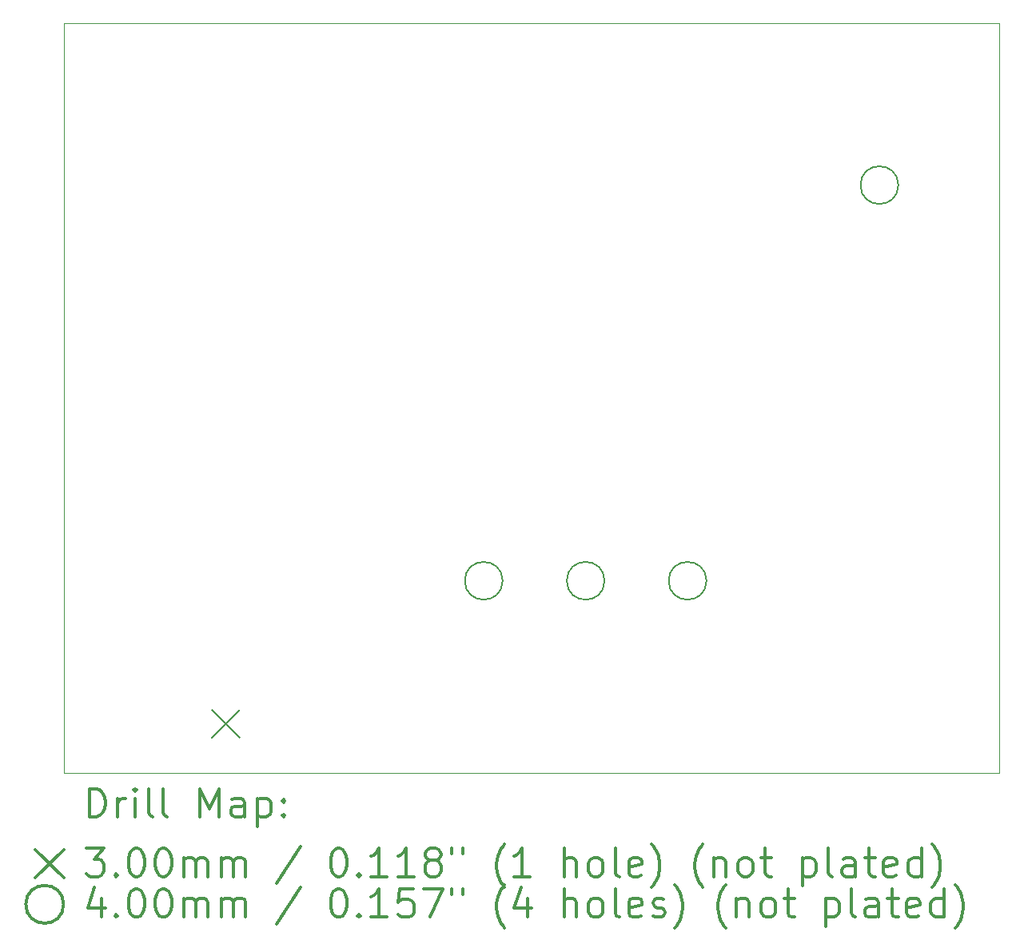
<source format=gbr>
%FSLAX45Y45*%
G04 Gerber Fmt 4.5, Leading zero omitted, Abs format (unit mm)*
G04 Created by KiCad (PCBNEW 4.0.2-stable) date 01/06/2016 13:43:11*
%MOMM*%
G01*
G04 APERTURE LIST*
%ADD10C,0.127000*%
%ADD11C,0.100000*%
%ADD12C,0.200000*%
%ADD13C,0.300000*%
G04 APERTURE END LIST*
D10*
D11*
X11112500Y-14414500D02*
X21018500Y-14414500D01*
X21018500Y-6477000D02*
X11112500Y-6477000D01*
X21018500Y-6477000D02*
X21018500Y-14414500D01*
X11112500Y-14414500D02*
X11112500Y-6477000D01*
D12*
X12677000Y-13747500D02*
X12977000Y-14047500D01*
X12977000Y-13747500D02*
X12677000Y-14047500D01*
X15757500Y-12382500D02*
G75*
G03X15757500Y-12382500I-200000J0D01*
G01*
X16837000Y-12382500D02*
G75*
G03X16837000Y-12382500I-200000J0D01*
G01*
X17916500Y-12382500D02*
G75*
G03X17916500Y-12382500I-200000J0D01*
G01*
X19948500Y-8191500D02*
G75*
G03X19948500Y-8191500I-200000J0D01*
G01*
D13*
X11378928Y-14885214D02*
X11378928Y-14585214D01*
X11450357Y-14585214D01*
X11493214Y-14599500D01*
X11521786Y-14628071D01*
X11536071Y-14656643D01*
X11550357Y-14713786D01*
X11550357Y-14756643D01*
X11536071Y-14813786D01*
X11521786Y-14842357D01*
X11493214Y-14870929D01*
X11450357Y-14885214D01*
X11378928Y-14885214D01*
X11678928Y-14885214D02*
X11678928Y-14685214D01*
X11678928Y-14742357D02*
X11693214Y-14713786D01*
X11707500Y-14699500D01*
X11736071Y-14685214D01*
X11764643Y-14685214D01*
X11864643Y-14885214D02*
X11864643Y-14685214D01*
X11864643Y-14585214D02*
X11850357Y-14599500D01*
X11864643Y-14613786D01*
X11878928Y-14599500D01*
X11864643Y-14585214D01*
X11864643Y-14613786D01*
X12050357Y-14885214D02*
X12021786Y-14870929D01*
X12007500Y-14842357D01*
X12007500Y-14585214D01*
X12207500Y-14885214D02*
X12178928Y-14870929D01*
X12164643Y-14842357D01*
X12164643Y-14585214D01*
X12550357Y-14885214D02*
X12550357Y-14585214D01*
X12650357Y-14799500D01*
X12750357Y-14585214D01*
X12750357Y-14885214D01*
X13021786Y-14885214D02*
X13021786Y-14728071D01*
X13007500Y-14699500D01*
X12978928Y-14685214D01*
X12921786Y-14685214D01*
X12893214Y-14699500D01*
X13021786Y-14870929D02*
X12993214Y-14885214D01*
X12921786Y-14885214D01*
X12893214Y-14870929D01*
X12878928Y-14842357D01*
X12878928Y-14813786D01*
X12893214Y-14785214D01*
X12921786Y-14770929D01*
X12993214Y-14770929D01*
X13021786Y-14756643D01*
X13164643Y-14685214D02*
X13164643Y-14985214D01*
X13164643Y-14699500D02*
X13193214Y-14685214D01*
X13250357Y-14685214D01*
X13278928Y-14699500D01*
X13293214Y-14713786D01*
X13307500Y-14742357D01*
X13307500Y-14828071D01*
X13293214Y-14856643D01*
X13278928Y-14870929D01*
X13250357Y-14885214D01*
X13193214Y-14885214D01*
X13164643Y-14870929D01*
X13436071Y-14856643D02*
X13450357Y-14870929D01*
X13436071Y-14885214D01*
X13421786Y-14870929D01*
X13436071Y-14856643D01*
X13436071Y-14885214D01*
X13436071Y-14699500D02*
X13450357Y-14713786D01*
X13436071Y-14728071D01*
X13421786Y-14713786D01*
X13436071Y-14699500D01*
X13436071Y-14728071D01*
X10807500Y-15229500D02*
X11107500Y-15529500D01*
X11107500Y-15229500D02*
X10807500Y-15529500D01*
X11350357Y-15215214D02*
X11536071Y-15215214D01*
X11436071Y-15329500D01*
X11478928Y-15329500D01*
X11507500Y-15343786D01*
X11521786Y-15358071D01*
X11536071Y-15386643D01*
X11536071Y-15458071D01*
X11521786Y-15486643D01*
X11507500Y-15500929D01*
X11478928Y-15515214D01*
X11393214Y-15515214D01*
X11364643Y-15500929D01*
X11350357Y-15486643D01*
X11664643Y-15486643D02*
X11678928Y-15500929D01*
X11664643Y-15515214D01*
X11650357Y-15500929D01*
X11664643Y-15486643D01*
X11664643Y-15515214D01*
X11864643Y-15215214D02*
X11893214Y-15215214D01*
X11921786Y-15229500D01*
X11936071Y-15243786D01*
X11950357Y-15272357D01*
X11964643Y-15329500D01*
X11964643Y-15400929D01*
X11950357Y-15458071D01*
X11936071Y-15486643D01*
X11921786Y-15500929D01*
X11893214Y-15515214D01*
X11864643Y-15515214D01*
X11836071Y-15500929D01*
X11821786Y-15486643D01*
X11807500Y-15458071D01*
X11793214Y-15400929D01*
X11793214Y-15329500D01*
X11807500Y-15272357D01*
X11821786Y-15243786D01*
X11836071Y-15229500D01*
X11864643Y-15215214D01*
X12150357Y-15215214D02*
X12178928Y-15215214D01*
X12207500Y-15229500D01*
X12221786Y-15243786D01*
X12236071Y-15272357D01*
X12250357Y-15329500D01*
X12250357Y-15400929D01*
X12236071Y-15458071D01*
X12221786Y-15486643D01*
X12207500Y-15500929D01*
X12178928Y-15515214D01*
X12150357Y-15515214D01*
X12121786Y-15500929D01*
X12107500Y-15486643D01*
X12093214Y-15458071D01*
X12078928Y-15400929D01*
X12078928Y-15329500D01*
X12093214Y-15272357D01*
X12107500Y-15243786D01*
X12121786Y-15229500D01*
X12150357Y-15215214D01*
X12378928Y-15515214D02*
X12378928Y-15315214D01*
X12378928Y-15343786D02*
X12393214Y-15329500D01*
X12421786Y-15315214D01*
X12464643Y-15315214D01*
X12493214Y-15329500D01*
X12507500Y-15358071D01*
X12507500Y-15515214D01*
X12507500Y-15358071D02*
X12521786Y-15329500D01*
X12550357Y-15315214D01*
X12593214Y-15315214D01*
X12621786Y-15329500D01*
X12636071Y-15358071D01*
X12636071Y-15515214D01*
X12778928Y-15515214D02*
X12778928Y-15315214D01*
X12778928Y-15343786D02*
X12793214Y-15329500D01*
X12821786Y-15315214D01*
X12864643Y-15315214D01*
X12893214Y-15329500D01*
X12907500Y-15358071D01*
X12907500Y-15515214D01*
X12907500Y-15358071D02*
X12921786Y-15329500D01*
X12950357Y-15315214D01*
X12993214Y-15315214D01*
X13021786Y-15329500D01*
X13036071Y-15358071D01*
X13036071Y-15515214D01*
X13621786Y-15200929D02*
X13364643Y-15586643D01*
X14007500Y-15215214D02*
X14036071Y-15215214D01*
X14064643Y-15229500D01*
X14078928Y-15243786D01*
X14093214Y-15272357D01*
X14107500Y-15329500D01*
X14107500Y-15400929D01*
X14093214Y-15458071D01*
X14078928Y-15486643D01*
X14064643Y-15500929D01*
X14036071Y-15515214D01*
X14007500Y-15515214D01*
X13978928Y-15500929D01*
X13964643Y-15486643D01*
X13950357Y-15458071D01*
X13936071Y-15400929D01*
X13936071Y-15329500D01*
X13950357Y-15272357D01*
X13964643Y-15243786D01*
X13978928Y-15229500D01*
X14007500Y-15215214D01*
X14236071Y-15486643D02*
X14250357Y-15500929D01*
X14236071Y-15515214D01*
X14221786Y-15500929D01*
X14236071Y-15486643D01*
X14236071Y-15515214D01*
X14536071Y-15515214D02*
X14364643Y-15515214D01*
X14450357Y-15515214D02*
X14450357Y-15215214D01*
X14421785Y-15258071D01*
X14393214Y-15286643D01*
X14364643Y-15300929D01*
X14821785Y-15515214D02*
X14650357Y-15515214D01*
X14736071Y-15515214D02*
X14736071Y-15215214D01*
X14707500Y-15258071D01*
X14678928Y-15286643D01*
X14650357Y-15300929D01*
X14993214Y-15343786D02*
X14964643Y-15329500D01*
X14950357Y-15315214D01*
X14936071Y-15286643D01*
X14936071Y-15272357D01*
X14950357Y-15243786D01*
X14964643Y-15229500D01*
X14993214Y-15215214D01*
X15050357Y-15215214D01*
X15078928Y-15229500D01*
X15093214Y-15243786D01*
X15107500Y-15272357D01*
X15107500Y-15286643D01*
X15093214Y-15315214D01*
X15078928Y-15329500D01*
X15050357Y-15343786D01*
X14993214Y-15343786D01*
X14964643Y-15358071D01*
X14950357Y-15372357D01*
X14936071Y-15400929D01*
X14936071Y-15458071D01*
X14950357Y-15486643D01*
X14964643Y-15500929D01*
X14993214Y-15515214D01*
X15050357Y-15515214D01*
X15078928Y-15500929D01*
X15093214Y-15486643D01*
X15107500Y-15458071D01*
X15107500Y-15400929D01*
X15093214Y-15372357D01*
X15078928Y-15358071D01*
X15050357Y-15343786D01*
X15221786Y-15215214D02*
X15221786Y-15272357D01*
X15336071Y-15215214D02*
X15336071Y-15272357D01*
X15778928Y-15629500D02*
X15764643Y-15615214D01*
X15736071Y-15572357D01*
X15721785Y-15543786D01*
X15707500Y-15500929D01*
X15693214Y-15429500D01*
X15693214Y-15372357D01*
X15707500Y-15300929D01*
X15721785Y-15258071D01*
X15736071Y-15229500D01*
X15764643Y-15186643D01*
X15778928Y-15172357D01*
X16050357Y-15515214D02*
X15878928Y-15515214D01*
X15964643Y-15515214D02*
X15964643Y-15215214D01*
X15936071Y-15258071D01*
X15907500Y-15286643D01*
X15878928Y-15300929D01*
X16407500Y-15515214D02*
X16407500Y-15215214D01*
X16536071Y-15515214D02*
X16536071Y-15358071D01*
X16521785Y-15329500D01*
X16493214Y-15315214D01*
X16450357Y-15315214D01*
X16421785Y-15329500D01*
X16407500Y-15343786D01*
X16721785Y-15515214D02*
X16693214Y-15500929D01*
X16678928Y-15486643D01*
X16664643Y-15458071D01*
X16664643Y-15372357D01*
X16678928Y-15343786D01*
X16693214Y-15329500D01*
X16721785Y-15315214D01*
X16764643Y-15315214D01*
X16793214Y-15329500D01*
X16807500Y-15343786D01*
X16821786Y-15372357D01*
X16821786Y-15458071D01*
X16807500Y-15486643D01*
X16793214Y-15500929D01*
X16764643Y-15515214D01*
X16721785Y-15515214D01*
X16993214Y-15515214D02*
X16964643Y-15500929D01*
X16950357Y-15472357D01*
X16950357Y-15215214D01*
X17221786Y-15500929D02*
X17193214Y-15515214D01*
X17136071Y-15515214D01*
X17107500Y-15500929D01*
X17093214Y-15472357D01*
X17093214Y-15358071D01*
X17107500Y-15329500D01*
X17136071Y-15315214D01*
X17193214Y-15315214D01*
X17221786Y-15329500D01*
X17236071Y-15358071D01*
X17236071Y-15386643D01*
X17093214Y-15415214D01*
X17336071Y-15629500D02*
X17350357Y-15615214D01*
X17378929Y-15572357D01*
X17393214Y-15543786D01*
X17407500Y-15500929D01*
X17421786Y-15429500D01*
X17421786Y-15372357D01*
X17407500Y-15300929D01*
X17393214Y-15258071D01*
X17378929Y-15229500D01*
X17350357Y-15186643D01*
X17336071Y-15172357D01*
X17878929Y-15629500D02*
X17864643Y-15615214D01*
X17836071Y-15572357D01*
X17821786Y-15543786D01*
X17807500Y-15500929D01*
X17793214Y-15429500D01*
X17793214Y-15372357D01*
X17807500Y-15300929D01*
X17821786Y-15258071D01*
X17836071Y-15229500D01*
X17864643Y-15186643D01*
X17878929Y-15172357D01*
X17993214Y-15315214D02*
X17993214Y-15515214D01*
X17993214Y-15343786D02*
X18007500Y-15329500D01*
X18036071Y-15315214D01*
X18078929Y-15315214D01*
X18107500Y-15329500D01*
X18121786Y-15358071D01*
X18121786Y-15515214D01*
X18307500Y-15515214D02*
X18278929Y-15500929D01*
X18264643Y-15486643D01*
X18250357Y-15458071D01*
X18250357Y-15372357D01*
X18264643Y-15343786D01*
X18278929Y-15329500D01*
X18307500Y-15315214D01*
X18350357Y-15315214D01*
X18378929Y-15329500D01*
X18393214Y-15343786D01*
X18407500Y-15372357D01*
X18407500Y-15458071D01*
X18393214Y-15486643D01*
X18378929Y-15500929D01*
X18350357Y-15515214D01*
X18307500Y-15515214D01*
X18493214Y-15315214D02*
X18607500Y-15315214D01*
X18536071Y-15215214D02*
X18536071Y-15472357D01*
X18550357Y-15500929D01*
X18578929Y-15515214D01*
X18607500Y-15515214D01*
X18936071Y-15315214D02*
X18936071Y-15615214D01*
X18936071Y-15329500D02*
X18964643Y-15315214D01*
X19021786Y-15315214D01*
X19050357Y-15329500D01*
X19064643Y-15343786D01*
X19078929Y-15372357D01*
X19078929Y-15458071D01*
X19064643Y-15486643D01*
X19050357Y-15500929D01*
X19021786Y-15515214D01*
X18964643Y-15515214D01*
X18936071Y-15500929D01*
X19250357Y-15515214D02*
X19221786Y-15500929D01*
X19207500Y-15472357D01*
X19207500Y-15215214D01*
X19493214Y-15515214D02*
X19493214Y-15358071D01*
X19478929Y-15329500D01*
X19450357Y-15315214D01*
X19393214Y-15315214D01*
X19364643Y-15329500D01*
X19493214Y-15500929D02*
X19464643Y-15515214D01*
X19393214Y-15515214D01*
X19364643Y-15500929D01*
X19350357Y-15472357D01*
X19350357Y-15443786D01*
X19364643Y-15415214D01*
X19393214Y-15400929D01*
X19464643Y-15400929D01*
X19493214Y-15386643D01*
X19593214Y-15315214D02*
X19707500Y-15315214D01*
X19636072Y-15215214D02*
X19636072Y-15472357D01*
X19650357Y-15500929D01*
X19678929Y-15515214D01*
X19707500Y-15515214D01*
X19921786Y-15500929D02*
X19893214Y-15515214D01*
X19836072Y-15515214D01*
X19807500Y-15500929D01*
X19793214Y-15472357D01*
X19793214Y-15358071D01*
X19807500Y-15329500D01*
X19836072Y-15315214D01*
X19893214Y-15315214D01*
X19921786Y-15329500D01*
X19936072Y-15358071D01*
X19936072Y-15386643D01*
X19793214Y-15415214D01*
X20193214Y-15515214D02*
X20193214Y-15215214D01*
X20193214Y-15500929D02*
X20164643Y-15515214D01*
X20107500Y-15515214D01*
X20078929Y-15500929D01*
X20064643Y-15486643D01*
X20050357Y-15458071D01*
X20050357Y-15372357D01*
X20064643Y-15343786D01*
X20078929Y-15329500D01*
X20107500Y-15315214D01*
X20164643Y-15315214D01*
X20193214Y-15329500D01*
X20307500Y-15629500D02*
X20321786Y-15615214D01*
X20350357Y-15572357D01*
X20364643Y-15543786D01*
X20378929Y-15500929D01*
X20393214Y-15429500D01*
X20393214Y-15372357D01*
X20378929Y-15300929D01*
X20364643Y-15258071D01*
X20350357Y-15229500D01*
X20321786Y-15186643D01*
X20307500Y-15172357D01*
X11107500Y-15809500D02*
G75*
G03X11107500Y-15809500I-200000J0D01*
G01*
X11507500Y-15745214D02*
X11507500Y-15945214D01*
X11436071Y-15630929D02*
X11364643Y-15845214D01*
X11550357Y-15845214D01*
X11664643Y-15916643D02*
X11678928Y-15930929D01*
X11664643Y-15945214D01*
X11650357Y-15930929D01*
X11664643Y-15916643D01*
X11664643Y-15945214D01*
X11864643Y-15645214D02*
X11893214Y-15645214D01*
X11921786Y-15659500D01*
X11936071Y-15673786D01*
X11950357Y-15702357D01*
X11964643Y-15759500D01*
X11964643Y-15830929D01*
X11950357Y-15888071D01*
X11936071Y-15916643D01*
X11921786Y-15930929D01*
X11893214Y-15945214D01*
X11864643Y-15945214D01*
X11836071Y-15930929D01*
X11821786Y-15916643D01*
X11807500Y-15888071D01*
X11793214Y-15830929D01*
X11793214Y-15759500D01*
X11807500Y-15702357D01*
X11821786Y-15673786D01*
X11836071Y-15659500D01*
X11864643Y-15645214D01*
X12150357Y-15645214D02*
X12178928Y-15645214D01*
X12207500Y-15659500D01*
X12221786Y-15673786D01*
X12236071Y-15702357D01*
X12250357Y-15759500D01*
X12250357Y-15830929D01*
X12236071Y-15888071D01*
X12221786Y-15916643D01*
X12207500Y-15930929D01*
X12178928Y-15945214D01*
X12150357Y-15945214D01*
X12121786Y-15930929D01*
X12107500Y-15916643D01*
X12093214Y-15888071D01*
X12078928Y-15830929D01*
X12078928Y-15759500D01*
X12093214Y-15702357D01*
X12107500Y-15673786D01*
X12121786Y-15659500D01*
X12150357Y-15645214D01*
X12378928Y-15945214D02*
X12378928Y-15745214D01*
X12378928Y-15773786D02*
X12393214Y-15759500D01*
X12421786Y-15745214D01*
X12464643Y-15745214D01*
X12493214Y-15759500D01*
X12507500Y-15788071D01*
X12507500Y-15945214D01*
X12507500Y-15788071D02*
X12521786Y-15759500D01*
X12550357Y-15745214D01*
X12593214Y-15745214D01*
X12621786Y-15759500D01*
X12636071Y-15788071D01*
X12636071Y-15945214D01*
X12778928Y-15945214D02*
X12778928Y-15745214D01*
X12778928Y-15773786D02*
X12793214Y-15759500D01*
X12821786Y-15745214D01*
X12864643Y-15745214D01*
X12893214Y-15759500D01*
X12907500Y-15788071D01*
X12907500Y-15945214D01*
X12907500Y-15788071D02*
X12921786Y-15759500D01*
X12950357Y-15745214D01*
X12993214Y-15745214D01*
X13021786Y-15759500D01*
X13036071Y-15788071D01*
X13036071Y-15945214D01*
X13621786Y-15630929D02*
X13364643Y-16016643D01*
X14007500Y-15645214D02*
X14036071Y-15645214D01*
X14064643Y-15659500D01*
X14078928Y-15673786D01*
X14093214Y-15702357D01*
X14107500Y-15759500D01*
X14107500Y-15830929D01*
X14093214Y-15888071D01*
X14078928Y-15916643D01*
X14064643Y-15930929D01*
X14036071Y-15945214D01*
X14007500Y-15945214D01*
X13978928Y-15930929D01*
X13964643Y-15916643D01*
X13950357Y-15888071D01*
X13936071Y-15830929D01*
X13936071Y-15759500D01*
X13950357Y-15702357D01*
X13964643Y-15673786D01*
X13978928Y-15659500D01*
X14007500Y-15645214D01*
X14236071Y-15916643D02*
X14250357Y-15930929D01*
X14236071Y-15945214D01*
X14221786Y-15930929D01*
X14236071Y-15916643D01*
X14236071Y-15945214D01*
X14536071Y-15945214D02*
X14364643Y-15945214D01*
X14450357Y-15945214D02*
X14450357Y-15645214D01*
X14421785Y-15688071D01*
X14393214Y-15716643D01*
X14364643Y-15730929D01*
X14807500Y-15645214D02*
X14664643Y-15645214D01*
X14650357Y-15788071D01*
X14664643Y-15773786D01*
X14693214Y-15759500D01*
X14764643Y-15759500D01*
X14793214Y-15773786D01*
X14807500Y-15788071D01*
X14821785Y-15816643D01*
X14821785Y-15888071D01*
X14807500Y-15916643D01*
X14793214Y-15930929D01*
X14764643Y-15945214D01*
X14693214Y-15945214D01*
X14664643Y-15930929D01*
X14650357Y-15916643D01*
X14921785Y-15645214D02*
X15121785Y-15645214D01*
X14993214Y-15945214D01*
X15221786Y-15645214D02*
X15221786Y-15702357D01*
X15336071Y-15645214D02*
X15336071Y-15702357D01*
X15778928Y-16059500D02*
X15764643Y-16045214D01*
X15736071Y-16002357D01*
X15721785Y-15973786D01*
X15707500Y-15930929D01*
X15693214Y-15859500D01*
X15693214Y-15802357D01*
X15707500Y-15730929D01*
X15721785Y-15688071D01*
X15736071Y-15659500D01*
X15764643Y-15616643D01*
X15778928Y-15602357D01*
X16021785Y-15745214D02*
X16021785Y-15945214D01*
X15950357Y-15630929D02*
X15878928Y-15845214D01*
X16064643Y-15845214D01*
X16407500Y-15945214D02*
X16407500Y-15645214D01*
X16536071Y-15945214D02*
X16536071Y-15788071D01*
X16521785Y-15759500D01*
X16493214Y-15745214D01*
X16450357Y-15745214D01*
X16421785Y-15759500D01*
X16407500Y-15773786D01*
X16721785Y-15945214D02*
X16693214Y-15930929D01*
X16678928Y-15916643D01*
X16664643Y-15888071D01*
X16664643Y-15802357D01*
X16678928Y-15773786D01*
X16693214Y-15759500D01*
X16721785Y-15745214D01*
X16764643Y-15745214D01*
X16793214Y-15759500D01*
X16807500Y-15773786D01*
X16821786Y-15802357D01*
X16821786Y-15888071D01*
X16807500Y-15916643D01*
X16793214Y-15930929D01*
X16764643Y-15945214D01*
X16721785Y-15945214D01*
X16993214Y-15945214D02*
X16964643Y-15930929D01*
X16950357Y-15902357D01*
X16950357Y-15645214D01*
X17221786Y-15930929D02*
X17193214Y-15945214D01*
X17136071Y-15945214D01*
X17107500Y-15930929D01*
X17093214Y-15902357D01*
X17093214Y-15788071D01*
X17107500Y-15759500D01*
X17136071Y-15745214D01*
X17193214Y-15745214D01*
X17221786Y-15759500D01*
X17236071Y-15788071D01*
X17236071Y-15816643D01*
X17093214Y-15845214D01*
X17350357Y-15930929D02*
X17378929Y-15945214D01*
X17436071Y-15945214D01*
X17464643Y-15930929D01*
X17478929Y-15902357D01*
X17478929Y-15888071D01*
X17464643Y-15859500D01*
X17436071Y-15845214D01*
X17393214Y-15845214D01*
X17364643Y-15830929D01*
X17350357Y-15802357D01*
X17350357Y-15788071D01*
X17364643Y-15759500D01*
X17393214Y-15745214D01*
X17436071Y-15745214D01*
X17464643Y-15759500D01*
X17578928Y-16059500D02*
X17593214Y-16045214D01*
X17621786Y-16002357D01*
X17636071Y-15973786D01*
X17650357Y-15930929D01*
X17664643Y-15859500D01*
X17664643Y-15802357D01*
X17650357Y-15730929D01*
X17636071Y-15688071D01*
X17621786Y-15659500D01*
X17593214Y-15616643D01*
X17578928Y-15602357D01*
X18121786Y-16059500D02*
X18107500Y-16045214D01*
X18078928Y-16002357D01*
X18064643Y-15973786D01*
X18050357Y-15930929D01*
X18036071Y-15859500D01*
X18036071Y-15802357D01*
X18050357Y-15730929D01*
X18064643Y-15688071D01*
X18078928Y-15659500D01*
X18107500Y-15616643D01*
X18121786Y-15602357D01*
X18236071Y-15745214D02*
X18236071Y-15945214D01*
X18236071Y-15773786D02*
X18250357Y-15759500D01*
X18278928Y-15745214D01*
X18321786Y-15745214D01*
X18350357Y-15759500D01*
X18364643Y-15788071D01*
X18364643Y-15945214D01*
X18550357Y-15945214D02*
X18521786Y-15930929D01*
X18507500Y-15916643D01*
X18493214Y-15888071D01*
X18493214Y-15802357D01*
X18507500Y-15773786D01*
X18521786Y-15759500D01*
X18550357Y-15745214D01*
X18593214Y-15745214D01*
X18621786Y-15759500D01*
X18636071Y-15773786D01*
X18650357Y-15802357D01*
X18650357Y-15888071D01*
X18636071Y-15916643D01*
X18621786Y-15930929D01*
X18593214Y-15945214D01*
X18550357Y-15945214D01*
X18736071Y-15745214D02*
X18850357Y-15745214D01*
X18778929Y-15645214D02*
X18778929Y-15902357D01*
X18793214Y-15930929D01*
X18821786Y-15945214D01*
X18850357Y-15945214D01*
X19178929Y-15745214D02*
X19178929Y-16045214D01*
X19178929Y-15759500D02*
X19207500Y-15745214D01*
X19264643Y-15745214D01*
X19293214Y-15759500D01*
X19307500Y-15773786D01*
X19321786Y-15802357D01*
X19321786Y-15888071D01*
X19307500Y-15916643D01*
X19293214Y-15930929D01*
X19264643Y-15945214D01*
X19207500Y-15945214D01*
X19178929Y-15930929D01*
X19493214Y-15945214D02*
X19464643Y-15930929D01*
X19450357Y-15902357D01*
X19450357Y-15645214D01*
X19736071Y-15945214D02*
X19736071Y-15788071D01*
X19721786Y-15759500D01*
X19693214Y-15745214D01*
X19636071Y-15745214D01*
X19607500Y-15759500D01*
X19736071Y-15930929D02*
X19707500Y-15945214D01*
X19636071Y-15945214D01*
X19607500Y-15930929D01*
X19593214Y-15902357D01*
X19593214Y-15873786D01*
X19607500Y-15845214D01*
X19636071Y-15830929D01*
X19707500Y-15830929D01*
X19736071Y-15816643D01*
X19836071Y-15745214D02*
X19950357Y-15745214D01*
X19878929Y-15645214D02*
X19878929Y-15902357D01*
X19893214Y-15930929D01*
X19921786Y-15945214D01*
X19950357Y-15945214D01*
X20164643Y-15930929D02*
X20136072Y-15945214D01*
X20078929Y-15945214D01*
X20050357Y-15930929D01*
X20036072Y-15902357D01*
X20036072Y-15788071D01*
X20050357Y-15759500D01*
X20078929Y-15745214D01*
X20136072Y-15745214D01*
X20164643Y-15759500D01*
X20178929Y-15788071D01*
X20178929Y-15816643D01*
X20036072Y-15845214D01*
X20436072Y-15945214D02*
X20436072Y-15645214D01*
X20436072Y-15930929D02*
X20407500Y-15945214D01*
X20350357Y-15945214D01*
X20321786Y-15930929D01*
X20307500Y-15916643D01*
X20293214Y-15888071D01*
X20293214Y-15802357D01*
X20307500Y-15773786D01*
X20321786Y-15759500D01*
X20350357Y-15745214D01*
X20407500Y-15745214D01*
X20436072Y-15759500D01*
X20550357Y-16059500D02*
X20564643Y-16045214D01*
X20593214Y-16002357D01*
X20607500Y-15973786D01*
X20621786Y-15930929D01*
X20636072Y-15859500D01*
X20636072Y-15802357D01*
X20621786Y-15730929D01*
X20607500Y-15688071D01*
X20593214Y-15659500D01*
X20564643Y-15616643D01*
X20550357Y-15602357D01*
M02*

</source>
